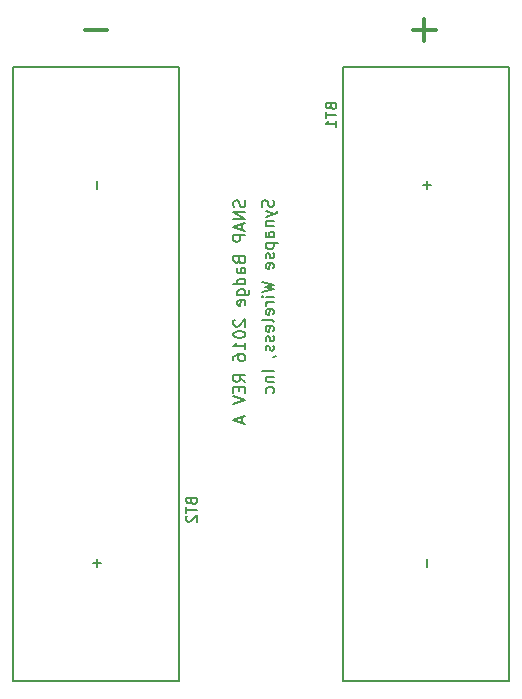
<source format=gbo>
G04 #@! TF.FileFunction,Legend,Bot*
%FSLAX46Y46*%
G04 Gerber Fmt 4.6, Leading zero omitted, Abs format (unit mm)*
G04 Created by KiCad (PCBNEW 4.0.0-rc2-stable) date 12/16/2015 3:19:05 PM*
%MOMM*%
G01*
G04 APERTURE LIST*
%ADD10C,0.100000*%
%ADD11C,0.203200*%
%ADD12C,0.300000*%
%ADD13C,0.150000*%
%ADD14C,0.152400*%
%ADD15C,5.152400*%
%ADD16R,1.502400X1.402400*%
%ADD17R,1.652400X1.702400*%
%ADD18R,2.184400X1.879600*%
%ADD19O,2.184400X1.879600*%
%ADD20R,1.879600X1.879600*%
%ADD21O,1.879600X1.879600*%
G04 APERTURE END LIST*
D10*
D11*
X24414238Y-72873811D02*
X24462619Y-73018954D01*
X24462619Y-73260858D01*
X24414238Y-73357620D01*
X24365857Y-73406001D01*
X24269095Y-73454382D01*
X24172333Y-73454382D01*
X24075571Y-73406001D01*
X24027190Y-73357620D01*
X23978810Y-73260858D01*
X23930429Y-73067335D01*
X23882048Y-72970573D01*
X23833667Y-72922192D01*
X23736905Y-72873811D01*
X23640143Y-72873811D01*
X23543381Y-72922192D01*
X23495000Y-72970573D01*
X23446619Y-73067335D01*
X23446619Y-73309239D01*
X23495000Y-73454382D01*
X23785286Y-73793049D02*
X24462619Y-74034954D01*
X23785286Y-74276858D02*
X24462619Y-74034954D01*
X24704524Y-73938192D01*
X24752905Y-73889811D01*
X24801286Y-73793049D01*
X23785286Y-74663906D02*
X24462619Y-74663906D01*
X23882048Y-74663906D02*
X23833667Y-74712287D01*
X23785286Y-74809049D01*
X23785286Y-74954191D01*
X23833667Y-75050953D01*
X23930429Y-75099334D01*
X24462619Y-75099334D01*
X24462619Y-76018572D02*
X23930429Y-76018572D01*
X23833667Y-75970191D01*
X23785286Y-75873429D01*
X23785286Y-75679906D01*
X23833667Y-75583144D01*
X24414238Y-76018572D02*
X24462619Y-75921810D01*
X24462619Y-75679906D01*
X24414238Y-75583144D01*
X24317476Y-75534763D01*
X24220714Y-75534763D01*
X24123952Y-75583144D01*
X24075571Y-75679906D01*
X24075571Y-75921810D01*
X24027190Y-76018572D01*
X23785286Y-76502382D02*
X24801286Y-76502382D01*
X23833667Y-76502382D02*
X23785286Y-76599144D01*
X23785286Y-76792667D01*
X23833667Y-76889429D01*
X23882048Y-76937810D01*
X23978810Y-76986191D01*
X24269095Y-76986191D01*
X24365857Y-76937810D01*
X24414238Y-76889429D01*
X24462619Y-76792667D01*
X24462619Y-76599144D01*
X24414238Y-76502382D01*
X24414238Y-77373239D02*
X24462619Y-77470001D01*
X24462619Y-77663525D01*
X24414238Y-77760286D01*
X24317476Y-77808667D01*
X24269095Y-77808667D01*
X24172333Y-77760286D01*
X24123952Y-77663525D01*
X24123952Y-77518382D01*
X24075571Y-77421620D01*
X23978810Y-77373239D01*
X23930429Y-77373239D01*
X23833667Y-77421620D01*
X23785286Y-77518382D01*
X23785286Y-77663525D01*
X23833667Y-77760286D01*
X24414238Y-78631143D02*
X24462619Y-78534381D01*
X24462619Y-78340858D01*
X24414238Y-78244096D01*
X24317476Y-78195715D01*
X23930429Y-78195715D01*
X23833667Y-78244096D01*
X23785286Y-78340858D01*
X23785286Y-78534381D01*
X23833667Y-78631143D01*
X23930429Y-78679524D01*
X24027190Y-78679524D01*
X24123952Y-78195715D01*
X23446619Y-79792286D02*
X24462619Y-80034191D01*
X23736905Y-80227714D01*
X24462619Y-80421238D01*
X23446619Y-80663143D01*
X24462619Y-81050191D02*
X23785286Y-81050191D01*
X23446619Y-81050191D02*
X23495000Y-81001810D01*
X23543381Y-81050191D01*
X23495000Y-81098572D01*
X23446619Y-81050191D01*
X23543381Y-81050191D01*
X24462619Y-81534001D02*
X23785286Y-81534001D01*
X23978810Y-81534001D02*
X23882048Y-81582382D01*
X23833667Y-81630763D01*
X23785286Y-81727525D01*
X23785286Y-81824286D01*
X24414238Y-82550000D02*
X24462619Y-82453238D01*
X24462619Y-82259715D01*
X24414238Y-82162953D01*
X24317476Y-82114572D01*
X23930429Y-82114572D01*
X23833667Y-82162953D01*
X23785286Y-82259715D01*
X23785286Y-82453238D01*
X23833667Y-82550000D01*
X23930429Y-82598381D01*
X24027190Y-82598381D01*
X24123952Y-82114572D01*
X24462619Y-83178953D02*
X24414238Y-83082191D01*
X24317476Y-83033810D01*
X23446619Y-83033810D01*
X24414238Y-83953047D02*
X24462619Y-83856285D01*
X24462619Y-83662762D01*
X24414238Y-83566000D01*
X24317476Y-83517619D01*
X23930429Y-83517619D01*
X23833667Y-83566000D01*
X23785286Y-83662762D01*
X23785286Y-83856285D01*
X23833667Y-83953047D01*
X23930429Y-84001428D01*
X24027190Y-84001428D01*
X24123952Y-83517619D01*
X24414238Y-84388476D02*
X24462619Y-84485238D01*
X24462619Y-84678762D01*
X24414238Y-84775523D01*
X24317476Y-84823904D01*
X24269095Y-84823904D01*
X24172333Y-84775523D01*
X24123952Y-84678762D01*
X24123952Y-84533619D01*
X24075571Y-84436857D01*
X23978810Y-84388476D01*
X23930429Y-84388476D01*
X23833667Y-84436857D01*
X23785286Y-84533619D01*
X23785286Y-84678762D01*
X23833667Y-84775523D01*
X24414238Y-85210952D02*
X24462619Y-85307714D01*
X24462619Y-85501238D01*
X24414238Y-85597999D01*
X24317476Y-85646380D01*
X24269095Y-85646380D01*
X24172333Y-85597999D01*
X24123952Y-85501238D01*
X24123952Y-85356095D01*
X24075571Y-85259333D01*
X23978810Y-85210952D01*
X23930429Y-85210952D01*
X23833667Y-85259333D01*
X23785286Y-85356095D01*
X23785286Y-85501238D01*
X23833667Y-85597999D01*
X24414238Y-86130190D02*
X24462619Y-86130190D01*
X24559381Y-86081809D01*
X24607762Y-86033428D01*
X24462619Y-87339714D02*
X23446619Y-87339714D01*
X23785286Y-87823524D02*
X24462619Y-87823524D01*
X23882048Y-87823524D02*
X23833667Y-87871905D01*
X23785286Y-87968667D01*
X23785286Y-88113809D01*
X23833667Y-88210571D01*
X23930429Y-88258952D01*
X24462619Y-88258952D01*
X24414238Y-89178190D02*
X24462619Y-89081428D01*
X24462619Y-88887905D01*
X24414238Y-88791143D01*
X24365857Y-88742762D01*
X24269095Y-88694381D01*
X23978810Y-88694381D01*
X23882048Y-88742762D01*
X23833667Y-88791143D01*
X23785286Y-88887905D01*
X23785286Y-89081428D01*
X23833667Y-89178190D01*
X22001238Y-72885906D02*
X22049619Y-73031049D01*
X22049619Y-73272953D01*
X22001238Y-73369715D01*
X21952857Y-73418096D01*
X21856095Y-73466477D01*
X21759333Y-73466477D01*
X21662571Y-73418096D01*
X21614190Y-73369715D01*
X21565810Y-73272953D01*
X21517429Y-73079430D01*
X21469048Y-72982668D01*
X21420667Y-72934287D01*
X21323905Y-72885906D01*
X21227143Y-72885906D01*
X21130381Y-72934287D01*
X21082000Y-72982668D01*
X21033619Y-73079430D01*
X21033619Y-73321334D01*
X21082000Y-73466477D01*
X22049619Y-73901906D02*
X21033619Y-73901906D01*
X22049619Y-74482477D01*
X21033619Y-74482477D01*
X21759333Y-74917906D02*
X21759333Y-75401715D01*
X22049619Y-74821144D02*
X21033619Y-75159811D01*
X22049619Y-75498477D01*
X22049619Y-75837144D02*
X21033619Y-75837144D01*
X21033619Y-76224191D01*
X21082000Y-76320953D01*
X21130381Y-76369334D01*
X21227143Y-76417715D01*
X21372286Y-76417715D01*
X21469048Y-76369334D01*
X21517429Y-76320953D01*
X21565810Y-76224191D01*
X21565810Y-75837144D01*
X21517429Y-77965905D02*
X21565810Y-78111048D01*
X21614190Y-78159429D01*
X21710952Y-78207810D01*
X21856095Y-78207810D01*
X21952857Y-78159429D01*
X22001238Y-78111048D01*
X22049619Y-78014286D01*
X22049619Y-77627239D01*
X21033619Y-77627239D01*
X21033619Y-77965905D01*
X21082000Y-78062667D01*
X21130381Y-78111048D01*
X21227143Y-78159429D01*
X21323905Y-78159429D01*
X21420667Y-78111048D01*
X21469048Y-78062667D01*
X21517429Y-77965905D01*
X21517429Y-77627239D01*
X22049619Y-79078667D02*
X21517429Y-79078667D01*
X21420667Y-79030286D01*
X21372286Y-78933524D01*
X21372286Y-78740001D01*
X21420667Y-78643239D01*
X22001238Y-79078667D02*
X22049619Y-78981905D01*
X22049619Y-78740001D01*
X22001238Y-78643239D01*
X21904476Y-78594858D01*
X21807714Y-78594858D01*
X21710952Y-78643239D01*
X21662571Y-78740001D01*
X21662571Y-78981905D01*
X21614190Y-79078667D01*
X22049619Y-79997905D02*
X21033619Y-79997905D01*
X22001238Y-79997905D02*
X22049619Y-79901143D01*
X22049619Y-79707620D01*
X22001238Y-79610858D01*
X21952857Y-79562477D01*
X21856095Y-79514096D01*
X21565810Y-79514096D01*
X21469048Y-79562477D01*
X21420667Y-79610858D01*
X21372286Y-79707620D01*
X21372286Y-79901143D01*
X21420667Y-79997905D01*
X21372286Y-80917143D02*
X22194762Y-80917143D01*
X22291524Y-80868762D01*
X22339905Y-80820381D01*
X22388286Y-80723620D01*
X22388286Y-80578477D01*
X22339905Y-80481715D01*
X22001238Y-80917143D02*
X22049619Y-80820381D01*
X22049619Y-80626858D01*
X22001238Y-80530096D01*
X21952857Y-80481715D01*
X21856095Y-80433334D01*
X21565810Y-80433334D01*
X21469048Y-80481715D01*
X21420667Y-80530096D01*
X21372286Y-80626858D01*
X21372286Y-80820381D01*
X21420667Y-80917143D01*
X22001238Y-81788000D02*
X22049619Y-81691238D01*
X22049619Y-81497715D01*
X22001238Y-81400953D01*
X21904476Y-81352572D01*
X21517429Y-81352572D01*
X21420667Y-81400953D01*
X21372286Y-81497715D01*
X21372286Y-81691238D01*
X21420667Y-81788000D01*
X21517429Y-81836381D01*
X21614190Y-81836381D01*
X21710952Y-81352572D01*
X21130381Y-82997524D02*
X21082000Y-83045905D01*
X21033619Y-83142667D01*
X21033619Y-83384571D01*
X21082000Y-83481333D01*
X21130381Y-83529714D01*
X21227143Y-83578095D01*
X21323905Y-83578095D01*
X21469048Y-83529714D01*
X22049619Y-82949143D01*
X22049619Y-83578095D01*
X21033619Y-84207048D02*
X21033619Y-84303809D01*
X21082000Y-84400571D01*
X21130381Y-84448952D01*
X21227143Y-84497333D01*
X21420667Y-84545714D01*
X21662571Y-84545714D01*
X21856095Y-84497333D01*
X21952857Y-84448952D01*
X22001238Y-84400571D01*
X22049619Y-84303809D01*
X22049619Y-84207048D01*
X22001238Y-84110286D01*
X21952857Y-84061905D01*
X21856095Y-84013524D01*
X21662571Y-83965143D01*
X21420667Y-83965143D01*
X21227143Y-84013524D01*
X21130381Y-84061905D01*
X21082000Y-84110286D01*
X21033619Y-84207048D01*
X22049619Y-85513333D02*
X22049619Y-84932762D01*
X22049619Y-85223048D02*
X21033619Y-85223048D01*
X21178762Y-85126286D01*
X21275524Y-85029524D01*
X21323905Y-84932762D01*
X21033619Y-86384190D02*
X21033619Y-86190667D01*
X21082000Y-86093905D01*
X21130381Y-86045524D01*
X21275524Y-85948762D01*
X21469048Y-85900381D01*
X21856095Y-85900381D01*
X21952857Y-85948762D01*
X22001238Y-85997143D01*
X22049619Y-86093905D01*
X22049619Y-86287428D01*
X22001238Y-86384190D01*
X21952857Y-86432571D01*
X21856095Y-86480952D01*
X21614190Y-86480952D01*
X21517429Y-86432571D01*
X21469048Y-86384190D01*
X21420667Y-86287428D01*
X21420667Y-86093905D01*
X21469048Y-85997143D01*
X21517429Y-85948762D01*
X21614190Y-85900381D01*
X22049619Y-88271047D02*
X21565810Y-87932381D01*
X22049619Y-87690476D02*
X21033619Y-87690476D01*
X21033619Y-88077523D01*
X21082000Y-88174285D01*
X21130381Y-88222666D01*
X21227143Y-88271047D01*
X21372286Y-88271047D01*
X21469048Y-88222666D01*
X21517429Y-88174285D01*
X21565810Y-88077523D01*
X21565810Y-87690476D01*
X21517429Y-88706476D02*
X21517429Y-89045142D01*
X22049619Y-89190285D02*
X22049619Y-88706476D01*
X21033619Y-88706476D01*
X21033619Y-89190285D01*
X21033619Y-89480571D02*
X22049619Y-89819238D01*
X21033619Y-90157904D01*
X21759333Y-91222285D02*
X21759333Y-91706094D01*
X22049619Y-91125523D02*
X21033619Y-91464190D01*
X22049619Y-91802856D01*
D12*
X10365619Y-58474429D02*
X8430381Y-58474429D01*
X38178619Y-58474429D02*
X36243381Y-58474429D01*
X37211000Y-59442048D02*
X37211000Y-57506810D01*
D13*
X44338000Y-61630000D02*
X44338000Y-113630000D01*
X30338000Y-113630000D02*
X30338000Y-61630000D01*
X30338000Y-113630000D02*
X44338000Y-113630000D01*
X30338000Y-61630000D02*
X44338000Y-61630000D01*
X2398000Y-113630000D02*
X2398000Y-61630000D01*
X16398000Y-61630000D02*
X16398000Y-113630000D01*
X16398000Y-61630000D02*
X2398000Y-61630000D01*
X16398000Y-113630000D02*
X2398000Y-113630000D01*
D14*
X29274500Y-64931500D02*
X29316833Y-65058500D01*
X29359167Y-65100833D01*
X29443833Y-65143167D01*
X29570833Y-65143167D01*
X29655500Y-65100833D01*
X29697833Y-65058500D01*
X29740167Y-64973833D01*
X29740167Y-64635167D01*
X28851167Y-64635167D01*
X28851167Y-64931500D01*
X28893500Y-65016167D01*
X28935833Y-65058500D01*
X29020500Y-65100833D01*
X29105167Y-65100833D01*
X29189833Y-65058500D01*
X29232167Y-65016167D01*
X29274500Y-64931500D01*
X29274500Y-64635167D01*
X28851167Y-65397167D02*
X28851167Y-65905167D01*
X29740167Y-65651167D02*
X28851167Y-65651167D01*
X29740167Y-66667166D02*
X29740167Y-66159166D01*
X29740167Y-66413166D02*
X28851167Y-66413166D01*
X28978167Y-66328500D01*
X29062833Y-66243833D01*
X29105167Y-66159166D01*
X37401500Y-103291334D02*
X37401500Y-103968667D01*
X37401500Y-71291334D02*
X37401500Y-71968667D01*
X37740167Y-71630000D02*
X37062833Y-71630000D01*
X37401500Y-71291334D02*
X37401500Y-71968667D01*
X37740167Y-71630000D02*
X37062833Y-71630000D01*
X17462500Y-98361500D02*
X17504833Y-98488500D01*
X17547167Y-98530833D01*
X17631833Y-98573167D01*
X17758833Y-98573167D01*
X17843500Y-98530833D01*
X17885833Y-98488500D01*
X17928167Y-98403833D01*
X17928167Y-98065167D01*
X17039167Y-98065167D01*
X17039167Y-98361500D01*
X17081500Y-98446167D01*
X17123833Y-98488500D01*
X17208500Y-98530833D01*
X17293167Y-98530833D01*
X17377833Y-98488500D01*
X17420167Y-98446167D01*
X17462500Y-98361500D01*
X17462500Y-98065167D01*
X17039167Y-98827167D02*
X17039167Y-99335167D01*
X17928167Y-99081167D02*
X17039167Y-99081167D01*
X17123833Y-99589166D02*
X17081500Y-99631500D01*
X17039167Y-99716166D01*
X17039167Y-99927833D01*
X17081500Y-100012500D01*
X17123833Y-100054833D01*
X17208500Y-100097166D01*
X17293167Y-100097166D01*
X17420167Y-100054833D01*
X17928167Y-99546833D01*
X17928167Y-100097166D01*
X9461500Y-71291334D02*
X9461500Y-71968667D01*
X9461500Y-103291334D02*
X9461500Y-103968667D01*
X9800167Y-103630000D02*
X9122833Y-103630000D01*
X9461500Y-103291334D02*
X9461500Y-103968667D01*
X9800167Y-103630000D02*
X9122833Y-103630000D01*
%LPC*%
D15*
X37338000Y-65280000D03*
X37338000Y-109980000D03*
X9398000Y-109980000D03*
X9398000Y-65280000D03*
D16*
X-3726200Y-107659800D03*
D17*
X-6426200Y-113359800D03*
X-6426200Y-106959800D03*
D16*
X-3726200Y-112659800D03*
D18*
X-889000Y-67945000D03*
D19*
X-889000Y-70485000D03*
X-889000Y-73025000D03*
X-889000Y-75565000D03*
X-889000Y-78105000D03*
X-889000Y-80645000D03*
X-889000Y-83185000D03*
X-889000Y-85725000D03*
D18*
X47371000Y-85725000D03*
D19*
X47371000Y-88265000D03*
X47371000Y-90805000D03*
X47371000Y-93345000D03*
X47371000Y-95885000D03*
X47371000Y-98425000D03*
X47371000Y-100965000D03*
X47371000Y-103505000D03*
D18*
X47371000Y-58801000D03*
D19*
X47371000Y-61341000D03*
X47371000Y-63881000D03*
X47371000Y-66421000D03*
X47371000Y-68961000D03*
X47371000Y-71501000D03*
X47371000Y-74041000D03*
X47371000Y-76581000D03*
X47371000Y-79121000D03*
X47371000Y-81661000D03*
D18*
X-889000Y-90805000D03*
D19*
X-889000Y-93345000D03*
X-889000Y-95885000D03*
X-889000Y-98425000D03*
X-889000Y-100965000D03*
X-889000Y-103505000D03*
D20*
X27000200Y-103632000D03*
D21*
X27000200Y-106172000D03*
X24460200Y-103632000D03*
X24460200Y-106172000D03*
X21920200Y-103632000D03*
X21920200Y-106172000D03*
M02*

</source>
